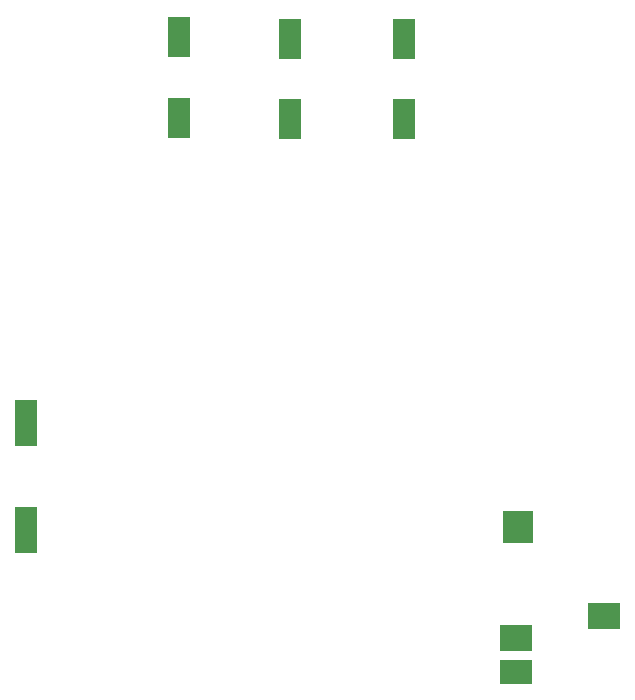
<source format=gbr>
%TF.GenerationSoftware,Altium Limited,Altium Designer,18.1.6 (161)*%
G04 Layer_Color=128*
%FSLAX26Y26*%
%MOIN*%
%TF.FileFunction,Paste,Bot*%
%TF.Part,Single*%
G01*
G75*
%TA.AperFunction,SMDPad,CuDef*%
%ADD42R,0.110236X0.078740*%
%ADD43R,0.102362X0.110236*%
%ADD44R,0.110236X0.086614*%
%ADD45R,0.074803X0.155512*%
%ADD46R,0.076772X0.137795*%
D42*
X3713661Y1954961D02*
D03*
D43*
X3717598Y2435276D02*
D03*
D44*
X4005000Y2140000D02*
D03*
X3713661Y2065197D02*
D03*
D45*
X2080000Y2782165D02*
D03*
Y2427835D02*
D03*
D46*
X2590000Y4069843D02*
D03*
Y3800157D02*
D03*
X2960000Y4064843D02*
D03*
Y3795157D02*
D03*
X3340000Y4064843D02*
D03*
Y3795157D02*
D03*
%TF.MD5,6f00d88397ec23db45afc609ddf17a89*%
M02*

</source>
